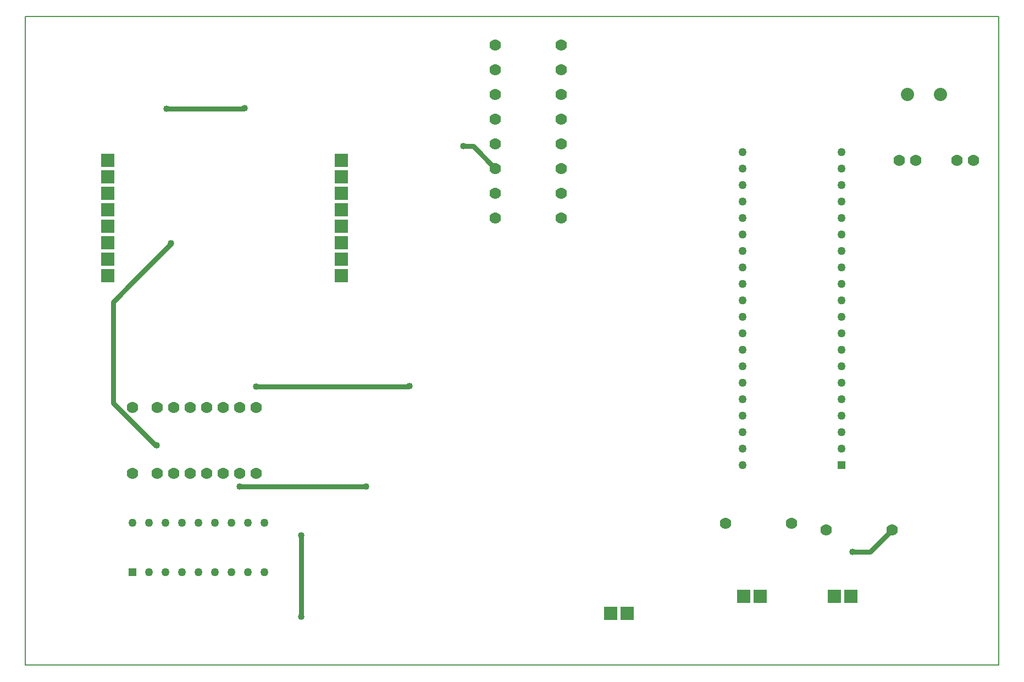
<source format=gbr>
G04 PROTEUS GERBER X2 FILE*
%TF.GenerationSoftware,Labcenter,Proteus,8.5-SP0-Build22067*%
%TF.CreationDate,2018-12-10T22:23:18+00:00*%
%TF.FileFunction,Copper,L1,Top*%
%TF.FilePolarity,Positive*%
%TF.Part,Single*%
%FSLAX45Y45*%
%MOMM*%
G01*
%TA.AperFunction,Conductor*%
%ADD10C,0.762000*%
%TA.AperFunction,ViaPad*%
%ADD11C,1.016000*%
%TA.AperFunction,ComponentPad*%
%ADD12R,2.032000X2.032000*%
%ADD13R,1.270000X1.270000*%
%ADD14C,1.270000*%
%ADD15C,2.032000*%
%ADD16C,1.778000*%
%TA.AperFunction,Profile*%
%ADD17C,0.203200*%
D10*
X-4445000Y-2750000D02*
X-2500000Y-2750000D01*
X-5721004Y-2113665D02*
X-5741192Y-2113665D01*
X-6391355Y-1463502D01*
X-6391355Y-759574D01*
X-6391355Y+101761D01*
X-6058137Y+434979D01*
X-5500000Y+993116D01*
X-5500000Y+1000000D01*
X-5572693Y+3076969D02*
X-4372905Y+3076969D01*
X-4365055Y+3084819D01*
X-1000000Y+2500000D02*
X-849000Y+2500000D01*
X-508000Y+2159000D01*
X-4186562Y-1207448D02*
X-1834711Y-1207448D01*
X-1825157Y-1197894D01*
X-3500000Y-3500000D02*
X-3500000Y-4750000D01*
X+5000000Y-3750000D02*
X+5271000Y-3750000D01*
X+5604000Y-3417000D01*
D11*
X-4445000Y-2750000D03*
X-2500000Y-2750000D03*
X-5721004Y-2113665D03*
X-5500000Y+1000000D03*
X-5572693Y+3076969D03*
X-4365055Y+3084819D03*
X-1000000Y+2500000D03*
X-4186562Y-1207448D03*
X-1825157Y-1197894D03*
X-3500000Y-3500000D03*
X-3500000Y-4750000D03*
X+5000000Y-3750000D03*
D12*
X-6477000Y+2286000D03*
X-6477000Y+2032000D03*
X-6477000Y+1778000D03*
X-6477000Y+1524000D03*
X-6477000Y+1270000D03*
X-6477000Y+1016000D03*
X-6477000Y+762000D03*
X-6477000Y+508000D03*
X-2877820Y+2286000D03*
X-2877820Y+2032000D03*
X-2877820Y+1778000D03*
X-2877820Y+1524000D03*
X-2877820Y+1270000D03*
X-2877820Y+1016000D03*
X-2877820Y+762000D03*
X-2877820Y+508000D03*
D13*
X+4826000Y-2413000D03*
D14*
X+4826000Y-2159000D03*
X+4826000Y-1905000D03*
X+4826000Y-1651000D03*
X+4826000Y-1397000D03*
X+4826000Y-1143000D03*
X+4826000Y-889000D03*
X+4826000Y-635000D03*
X+4826000Y-381000D03*
X+4826000Y-127000D03*
X+4826000Y+127000D03*
X+4826000Y+381000D03*
X+4826000Y+635000D03*
X+4826000Y+889000D03*
X+4826000Y+1143000D03*
X+4826000Y+1397000D03*
X+4826000Y+1651000D03*
X+4826000Y+1905000D03*
X+4826000Y+2159000D03*
X+4826000Y+2413000D03*
X+3302000Y+2413000D03*
X+3302000Y+2159000D03*
X+3302000Y+1905000D03*
X+3302000Y+1651000D03*
X+3302000Y+1397000D03*
X+3302000Y+1143000D03*
X+3302000Y+889000D03*
X+3302000Y+635000D03*
X+3302000Y+381000D03*
X+3302000Y+127000D03*
X+3302000Y-127000D03*
X+3302000Y-381000D03*
X+3302000Y-635000D03*
X+3302000Y-889000D03*
X+3302000Y-1143000D03*
X+3302000Y-1397000D03*
X+3302000Y-1651000D03*
X+3302000Y-1905000D03*
X+3302000Y-2159000D03*
X+3302000Y-2413000D03*
D15*
X+6350000Y+3302000D03*
X+5842000Y+3302000D03*
D16*
X+5715000Y+2286000D03*
X+5969000Y+2286000D03*
X+6604000Y+2286000D03*
X+6858000Y+2286000D03*
X-508000Y+4064000D03*
X+508000Y+4064000D03*
X-508000Y+3683000D03*
X+508000Y+3683000D03*
X-508000Y+3302000D03*
X+508000Y+3302000D03*
X-508000Y+2921000D03*
X+508000Y+2921000D03*
X-508000Y+2540000D03*
X+508000Y+2540000D03*
X-508000Y+2159000D03*
X+508000Y+2159000D03*
X-508000Y+1778000D03*
X+508000Y+1778000D03*
X-508000Y+1397000D03*
X+508000Y+1397000D03*
D13*
X-6096000Y-4064000D03*
D14*
X-5842000Y-4064000D03*
X-5588000Y-4064000D03*
X-5334000Y-4064000D03*
X-5080000Y-4064000D03*
X-4826000Y-4064000D03*
X-4572000Y-4064000D03*
X-4318000Y-4064000D03*
X-4064000Y-4064000D03*
X-4064000Y-3302000D03*
X-4318000Y-3302000D03*
X-4572000Y-3302000D03*
X-4826000Y-3302000D03*
X-5080000Y-3302000D03*
X-5334000Y-3302000D03*
X-5588000Y-3302000D03*
X-5842000Y-3302000D03*
X-6096000Y-3302000D03*
D16*
X-6096000Y-2540000D03*
X-6096000Y-1524000D03*
X-5715000Y-2540000D03*
X-5715000Y-1524000D03*
X-5461000Y-2540000D03*
X-5461000Y-1524000D03*
X-5207000Y-2540000D03*
X-5207000Y-1524000D03*
X-4953000Y-2540000D03*
X-4953000Y-1524000D03*
X-4699000Y-2540000D03*
X-4699000Y-1524000D03*
X-4445000Y-2540000D03*
X-4445000Y-1524000D03*
X-4191000Y-2540000D03*
X-4191000Y-1524000D03*
D12*
X+1270000Y-4699000D03*
X+1524000Y-4699000D03*
X+4715000Y-4437000D03*
X+4969000Y-4437000D03*
D16*
X+3040000Y-3314000D03*
X+4056000Y-3314000D03*
X+4588000Y-3417000D03*
X+5604000Y-3417000D03*
D12*
X+3318000Y-4437000D03*
X+3572000Y-4437000D03*
D17*
X-7750000Y-5500000D02*
X+7250000Y-5500000D01*
X+7250000Y+4500000D01*
X-7750000Y+4500000D01*
X-7750000Y-5500000D01*
M02*

</source>
